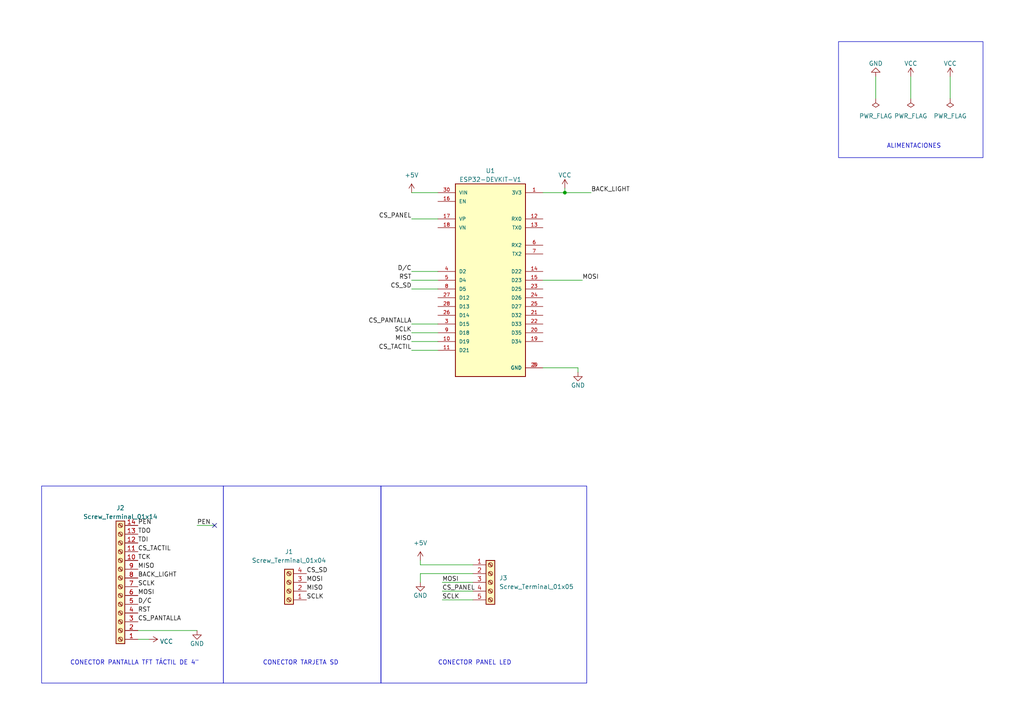
<source format=kicad_sch>
(kicad_sch (version 20230121) (generator eeschema)
  (paper "A4")
  (lib_symbols
    (symbol "Connector:Screw_Terminal_01x04" (pin_names (offset 1.016) hide)
      (property "Reference" "J" (at 0 5.08 0))
      (property "Value" "Screw_Terminal_01x04" (at 0 -7.62 0))
      (symbol "Screw_Terminal_01x04_1_1"
        (rectangle (start -1.27 3.81) (end 1.27 -6.35) (stroke (width 0.254)) (fill (type background)))
        (circle (center 0 -5.08) (radius 0.635) (stroke (width 0.1524)))
        (circle (center 0 -2.54) (radius 0.635) (stroke (width 0.1524)))
        (polyline (pts (xy -0.5334 -4.7498) (xy 0.3302 -5.588)) (stroke (width 0.1524)))
        (polyline (pts (xy -0.5334 -2.2098) (xy 0.3302 -3.048)) (stroke (width 0.1524)))
        (polyline (pts (xy -0.5334 0.3302) (xy 0.3302 -0.508)) (stroke (width 0.1524)))
        (polyline (pts (xy -0.5334 2.8702) (xy 0.3302 2.032)) (stroke (width 0.1524)))
        (polyline (pts (xy -0.3556 -4.572) (xy 0.508 -5.4102)) (stroke (width 0.1524)))
        (polyline (pts (xy -0.3556 -2.032) (xy 0.508 -2.8702)) (stroke (width 0.1524)))
        (polyline (pts (xy -0.3556 0.508) (xy 0.508 -0.3302)) (stroke (width 0.1524)))
        (polyline (pts (xy -0.3556 3.048) (xy 0.508 2.2098)) (stroke (width 0.1524)))
        (circle (center 0 0) (radius 0.635) (stroke (width 0.1524)))
        (circle (center 0 2.54) (radius 0.635) (stroke (width 0.1524)))
        (pin passive line (at -5.08 2.54 0) (length 3.81) (name "Pin_1") (number "1"))
        (pin passive line (at -5.08 0 0) (length 3.81) (name "Pin_2") (number "2"))
        (pin passive line (at -5.08 -2.54 0) (length 3.81) (name "Pin_3") (number "3"))
        (pin passive line (at -5.08 -5.08 0) (length 3.81) (name "Pin_4") (number "4"))
      )
    )
    (symbol "Connector:Screw_Terminal_01x05" (pin_names (offset 1.016) hide)
      (property "Reference" "J" (at 0 7.62 0))
      (property "Value" "Screw_Terminal_01x05" (at 0 -7.62 0))
      (symbol "Screw_Terminal_01x05_1_1"
        (rectangle (start -1.27 6.35) (end 1.27 -6.35) (stroke (width 0.254)) (fill (type background)))
        (circle (center 0 -5.08) (radius 0.635) (stroke (width 0.1524)))
        (circle (center 0 -2.54) (radius 0.635) (stroke (width 0.1524)))
        (polyline (pts (xy -0.5334 -4.7498) (xy 0.3302 -5.588)) (stroke (width 0.1524)))
        (polyline (pts (xy -0.5334 -2.2098) (xy 0.3302 -3.048)) (stroke (width 0.1524)))
        (polyline (pts (xy -0.5334 0.3302) (xy 0.3302 -0.508)) (stroke (width 0.1524)))
        (polyline (pts (xy -0.5334 2.8702) (xy 0.3302 2.032)) (stroke (width 0.1524)))
        (polyline (pts (xy -0.5334 5.4102) (xy 0.3302 4.572)) (stroke (width 0.1524)))
        (polyline (pts (xy -0.3556 -4.572) (xy 0.508 -5.4102)) (stroke (width 0.1524)))
        (polyline (pts (xy -0.3556 -2.032) (xy 0.508 -2.8702)) (stroke (width 0.1524)))
        (polyline (pts (xy -0.3556 0.508) (xy 0.508 -0.3302)) (stroke (width 0.1524)))
        (polyline (pts (xy -0.3556 3.048) (xy 0.508 2.2098)) (stroke (width 0.1524)))
        (polyline (pts (xy -0.3556 5.588) (xy 0.508 4.7498)) (stroke (width 0.1524)))
        (circle (center 0 0) (radius 0.635) (stroke (width 0.1524)))
        (circle (center 0 2.54) (radius 0.635) (stroke (width 0.1524)))
        (circle (center 0 5.08) (radius 0.635) (stroke (width 0.1524)))
        (pin passive line (at -5.08 5.08 0) (length 3.81) (name "Pin_1") (number "1"))
        (pin passive line (at -5.08 2.54 0) (length 3.81) (name "Pin_2") (number "2"))
        (pin passive line (at -5.08 0 0) (length 3.81) (name "Pin_3") (number "3"))
        (pin passive line (at -5.08 -2.54 0) (length 3.81) (name "Pin_4") (number "4"))
        (pin passive line (at -5.08 -5.08 0) (length 3.81) (name "Pin_5") (number "5"))
      )
    )
    (symbol "Connector:Screw_Terminal_01x14" (pin_names (offset 1.016) hide)
      (property "Reference" "J" (at 0 17.78 0))
      (property "Value" "Screw_Terminal_01x14" (at 0 -20.32 0))
      (symbol "Screw_Terminal_01x14_1_1"
        (rectangle (start -1.27 16.51) (end 1.27 -19.05) (stroke (width 0.254)) (fill (type background)))
        (circle (center 0 -17.78) (radius 0.635) (stroke (width 0.1524)))
        (circle (center 0 -15.24) (radius 0.635) (stroke (width 0.1524)))
        (circle (center 0 -12.7) (radius 0.635) (stroke (width 0.1524)))
        (circle (center 0 -10.16) (radius 0.635) (stroke (width 0.1524)))
        (circle (center 0 -7.62) (radius 0.635) (stroke (width 0.1524)))
        (circle (center 0 -5.08) (radius 0.635) (stroke (width 0.1524)))
        (circle (center 0 -2.54) (radius 0.635) (stroke (width 0.1524)))
        (polyline (pts (xy -0.5334 -17.4498) (xy 0.3302 -18.288)) (stroke (width 0.1524)))
        (polyline (pts (xy -0.5334 -14.9098) (xy 0.3302 -15.748)) (stroke (width 0.1524)))
        (polyline (pts (xy -0.5334 -12.3698) (xy 0.3302 -13.208)) (stroke (width 0.1524)))
        (polyline (pts (xy -0.5334 -9.8298) (xy 0.3302 -10.668)) (stroke (width 0.1524)))
        (polyline (pts (xy -0.5334 -7.2898) (xy 0.3302 -8.128)) (stroke (width 0.1524)))
        (polyline (pts (xy -0.5334 -4.7498) (xy 0.3302 -5.588)) (stroke (width 0.1524)))
        (polyline (pts (xy -0.5334 -2.2098) (xy 0.3302 -3.048)) (stroke (width 0.1524)))
        (polyline (pts (xy -0.5334 0.3302) (xy 0.3302 -0.508)) (stroke (width 0.1524)))
        (polyline (pts (xy -0.5334 2.8702) (xy 0.3302 2.032)) (stroke (width 0.1524)))
        (polyline (pts (xy -0.5334 5.4102) (xy 0.3302 4.572)) (stroke (width 0.1524)))
        (polyline (pts (xy -0.5334 7.9502) (xy 0.3302 7.112)) (stroke (width 0.1524)))
        (polyline (pts (xy -0.5334 10.4902) (xy 0.3302 9.652)) (stroke (width 0.1524)))
        (polyline (pts (xy -0.5334 13.0302) (xy 0.3302 12.192)) (stroke (width 0.1524)))
        (polyline (pts (xy -0.5334 15.5702) (xy 0.3302 14.732)) (stroke (width 0.1524)))
        (polyline (pts (xy -0.3556 -17.272) (xy 0.508 -18.1102)) (stroke (width 0.1524)))
        (polyline (pts (xy -0.3556 -14.732) (xy 0.508 -15.5702)) (stroke (width 0.1524)))
        (polyline (pts (xy -0.3556 -12.192) (xy 0.508 -13.0302)) (stroke (width 0.1524)))
        (polyline (pts (xy -0.3556 -9.652) (xy 0.508 -10.4902)) (stroke (width 0.1524)))
        (polyline (pts (xy -0.3556 -7.112) (xy 0.508 -7.9502)) (stroke (width 0.1524)))
        (polyline (pts (xy -0.3556 -4.572) (xy 0.508 -5.4102)) (stroke (width 0.1524)))
        (polyline (pts (xy -0.3556 -2.032) (xy 0.508 -2.8702)) (stroke (width 0.1524)))
        (polyline (pts (xy -0.3556 0.508) (xy 0.508 -0.3302)) (stroke (width 0.1524)))
        (polyline (pts (xy -0.3556 3.048) (xy 0.508 2.2098)) (stroke (width 0.1524)))
        (polyline (pts (xy -0.3556 5.588) (xy 0.508 4.7498)) (stroke (width 0.1524)))
        (polyline (pts (xy -0.3556 8.128) (xy 0.508 7.2898)) (stroke (width 0.1524)))
        (polyline (pts (xy -0.3556 10.668) (xy 0.508 9.8298)) (stroke (width 0.1524)))
        (polyline (pts (xy -0.3556 13.208) (xy 0.508 12.3698)) (stroke (width 0.1524)))
        (polyline (pts (xy -0.3556 15.748) (xy 0.508 14.9098)) (stroke (width 0.1524)))
        (circle (center 0 0) (radius 0.635) (stroke (width 0.1524)))
        (circle (center 0 2.54) (radius 0.635) (stroke (width 0.1524)))
        (circle (center 0 5.08) (radius 0.635) (stroke (width 0.1524)))
        (circle (center 0 7.62) (radius 0.635) (stroke (width 0.1524)))
        (circle (center 0 10.16) (radius 0.635) (stroke (width 0.1524)))
        (circle (center 0 12.7) (radius 0.635) (stroke (width 0.1524)))
        (circle (center 0 15.24) (radius 0.635) (stroke (width 0.1524)))
        (pin passive line (at -5.08 15.24 0) (length 3.81) (name "Pin_1") (number "1"))
        (pin passive line (at -5.08 -7.62 0) (length 3.81) (name "Pin_10") (number "10"))
        (pin passive line (at -5.08 -10.16 0) (length 3.81) (name "Pin_11") (number "11"))
        (pin passive line (at -5.08 -12.7 0) (length 3.81) (name "Pin_12") (number "12"))
        (pin passive line (at -5.08 -15.24 0) (length 3.81) (name "Pin_13") (number "13"))
        (pin passive line (at -5.08 -17.78 0) (length 3.81) (name "Pin_14") (number "14"))
        (pin passive line (at -5.08 12.7 0) (length 3.81) (name "Pin_2") (number "2"))
        (pin passive line (at -5.08 10.16 0) (length 3.81) (name "Pin_3") (number "3"))
        (pin passive line (at -5.08 7.62 0) (length 3.81) (name "Pin_4") (number "4"))
        (pin passive line (at -5.08 5.08 0) (length 3.81) (name "Pin_5") (number "5"))
        (pin passive line (at -5.08 2.54 0) (length 3.81) (name "Pin_6") (number "6"))
        (pin passive line (at -5.08 0 0) (length 3.81) (name "Pin_7") (number "7"))
        (pin passive line (at -5.08 -2.54 0) (length 3.81) (name "Pin_8") (number "8"))
        (pin passive line (at -5.08 -5.08 0) (length 3.81) (name "Pin_9") (number "9"))
      )
    )
    (symbol "ESP32-DEVKIT-V1:ESP32-DEVKIT-V1" (pin_names (offset 1.016))
      (property "Reference" "U" (at -10.16 30.48 0))
      (property "Value" "ESP32-DEVKIT-V1" (at -10.16 -30.48 0))
      (symbol "ESP32-DEVKIT-V1_0_0"
        (rectangle (start -10.16 -27.94) (end 10.16 27.94) (stroke (width 0.254)) (fill (type background)))
        (pin output line (at 15.24 25.4 180) (length 5.08) (name "3V3") (number "1"))
        (pin bidirectional line (at -15.24 -17.78 0) (length 5.08) (name "D19") (number "10"))
        (pin bidirectional line (at -15.24 -20.32 0) (length 5.08) (name "D21") (number "11"))
        (pin input line (at 15.24 17.78 180) (length 5.08) (name "RX0") (number "12"))
        (pin output line (at 15.24 15.24 180) (length 5.08) (name "TX0") (number "13"))
        (pin bidirectional line (at 15.24 2.54 180) (length 5.08) (name "D22") (number "14"))
        (pin bidirectional line (at 15.24 0 180) (length 5.08) (name "D23") (number "15"))
        (pin input line (at -15.24 22.86 0) (length 5.08) (name "EN") (number "16"))
        (pin bidirectional line (at -15.24 17.78 0) (length 5.08) (name "VP") (number "17"))
        (pin bidirectional line (at -15.24 15.24 0) (length 5.08) (name "VN") (number "18"))
        (pin bidirectional line (at 15.24 -17.78 180) (length 5.08) (name "D34") (number "19"))
        (pin power_in line (at 15.24 -25.4 180) (length 5.08) (name "GND") (number "2"))
        (pin bidirectional line (at 15.24 -15.24 180) (length 5.08) (name "D35") (number "20"))
        (pin bidirectional line (at 15.24 -10.16 180) (length 5.08) (name "D32") (number "21"))
        (pin bidirectional line (at 15.24 -12.7 180) (length 5.08) (name "D33") (number "22"))
        (pin bidirectional line (at 15.24 -2.54 180) (length 5.08) (name "D25") (number "23"))
        (pin bidirectional line (at 15.24 -5.08 180) (length 5.08) (name "D26") (number "24"))
        (pin bidirectional line (at 15.24 -7.62 180) (length 5.08) (name "D27") (number "25"))
        (pin bidirectional line (at -15.24 -10.16 0) (length 5.08) (name "D14") (number "26"))
        (pin bidirectional line (at -15.24 -5.08 0) (length 5.08) (name "D12") (number "27"))
        (pin bidirectional line (at -15.24 -7.62 0) (length 5.08) (name "D13") (number "28"))
        (pin power_in line (at 15.24 -25.4 180) (length 5.08) (name "GND") (number "29"))
        (pin bidirectional line (at -15.24 -12.7 0) (length 5.08) (name "D15") (number "3"))
        (pin input line (at -15.24 25.4 0) (length 5.08) (name "VIN") (number "30"))
        (pin bidirectional line (at -15.24 2.54 0) (length 5.08) (name "D2") (number "4"))
        (pin bidirectional line (at -15.24 0 0) (length 5.08) (name "D4") (number "5"))
        (pin input line (at 15.24 10.16 180) (length 5.08) (name "RX2") (number "6"))
        (pin output line (at 15.24 7.62 180) (length 5.08) (name "TX2") (number "7"))
        (pin bidirectional line (at -15.24 -2.54 0) (length 5.08) (name "D5") (number "8"))
        (pin bidirectional line (at -15.24 -15.24 0) (length 5.08) (name "D18") (number "9"))
      )
    )
    (symbol "power:+5V" (power) (pin_names (offset 0))
      (property "Value" "+5V" (at 0 3.556 0))
      (symbol "+5V_0_1"
        (polyline (pts (xy -0.762 1.27) (xy 0 2.54)))
        (polyline (pts (xy 0 0) (xy 0 2.54)))
        (polyline (pts (xy 0 2.54) (xy 0.762 1.27)))
      )
      (symbol "+5V_1_1"
        (pin power_in line (at 0 0 90) (length 0) hide (name "+5V") (number "1"))
      )
    )
    (symbol "power:GND" (power) (pin_names (offset 0))
      (property "Value" "GND" (at 0 -3.81 0))
      (symbol "GND_0_1"
        (polyline (pts (xy 0 0) (xy 0 -1.27) (xy 1.27 -1.27) (xy 0 -2.54) (xy -1.27 -1.27) (xy 0 -1.27)))
      )
      (symbol "GND_1_1"
        (pin power_in line (at 0 0 270) (length 0) hide (name "GND") (number "1"))
      )
    )
    (symbol "power:PWR_FLAG" (power) (pin_numbers hide) (pin_names (offset 0) hide)
      (property "Value" "PWR_FLAG" (at 0 3.81 0))
      (symbol "PWR_FLAG_0_0"
        (pin power_out line (at 0 0 90) (length 0) (name "pwr") (number "1"))
      )
      (symbol "PWR_FLAG_0_1"
        (polyline (pts (xy 0 0) (xy 0 1.27) (xy -1.016 1.905) (xy 0 2.54) (xy 1.016 1.905) (xy 0 1.27)))
      )
    )
    (symbol "power:VCC" (power) (pin_names (offset 0))
      (property "Value" "VCC" (at 0 3.81 0))
      (symbol "VCC_0_1"
        (polyline (pts (xy -0.762 1.27) (xy 0 2.54)))
        (polyline (pts (xy 0 0) (xy 0 2.54)))
        (polyline (pts (xy 0 2.54) (xy 0.762 1.27)))
      )
      (symbol "VCC_1_1"
        (pin power_in line (at 0 0 90) (length 0) hide (name "VCC") (number "1"))
      )
    )
  )
  (junction (at 163.83 55.88))
  (no_connect (at 62.23 152.4))
  (wire (pts (xy 163.83 55.88) (xy 171.45 55.88)))
  (wire (pts (xy 121.92 166.37) (xy 137.16 166.37)))
  (wire (pts (xy 119.38 99.06) (xy 127 99.06)))
  (wire (pts (xy 119.38 78.74) (xy 127 78.74)))
  (wire (pts (xy 119.38 96.52) (xy 127 96.52)))
  (wire (pts (xy 119.38 83.82) (xy 127 83.82)))
  (wire (pts (xy 254 22.225) (xy 254 28.575)))
  (wire (pts (xy 163.83 55.88) (xy 157.48 55.88)))
  (wire (pts (xy 167.64 107.95) (xy 167.64 106.68)))
  (wire (pts (xy 119.38 81.28) (xy 127 81.28)))
  (wire (pts (xy 121.92 162.56) (xy 121.92 163.83)))
  (wire (pts (xy 119.38 63.5) (xy 127 63.5)))
  (wire (pts (xy 275.59 22.225) (xy 275.59 28.575)))
  (wire (pts (xy 168.91 81.28) (xy 157.48 81.28)))
  (wire (pts (xy 40.005 185.42) (xy 43.18 185.42)))
  (wire (pts (xy 163.83 54.61) (xy 163.83 55.88)))
  (wire (pts (xy 167.64 106.68) (xy 157.48 106.68)))
  (wire (pts (xy 121.92 168.91) (xy 121.92 166.37)))
  (wire (pts (xy 119.38 55.88) (xy 127 55.88)))
  (wire (pts (xy 121.92 163.83) (xy 137.16 163.83)))
  (wire (pts (xy 264.16 22.225) (xy 264.16 28.575)))
  (wire (pts (xy 128.27 173.99) (xy 137.16 173.99)))
  (wire (pts (xy 57.15 152.4) (xy 62.23 152.4)))
  (wire (pts (xy 119.38 93.98) (xy 127 93.98)))
  (wire (pts (xy 128.27 171.45) (xy 137.16 171.45)))
  (wire (pts (xy 128.27 168.91) (xy 137.16 168.91)))
  (wire (pts (xy 40.005 182.88) (xy 57.15 182.88)))
  (wire (pts (xy 119.38 101.6) (xy 127 101.6)))
  (rectangle (start 243.205 12.065) (end 285.115 45.72))
  (rectangle (start 12.065 140.97) (end 64.77 198.12))
  (rectangle (start 64.77 140.97) (end 110.49 198.12))
  (rectangle (start 110.49 140.97) (end 170.18 198.12))
  (text "CONECTOR TARJETA SD" (at 76.2 193.04 0) (effects (font (size 1.27 1.27)) (justify left bottom)))
  (text "CONECTOR PANTALLA TFT TÁCTIL DE 4\"" (at 20.32 193.04 0) (effects (font (size 1.27 1.27)) (justify left bottom)))
  (text "ALIMENTACIONES" (at 257.175 43.18 0) (effects (font (size 1.27 1.27)) (justify left bottom)))
  (text "CONECTOR PANEL LED" (at 127 193.04 0) (effects (font (size 1.27 1.27)) (justify left bottom)))
  (label "CS_SD" (at 119.38 83.82 180))
  (label "CS_PANEL" (at 119.38 63.5 180))
  (label "MOSI" (at 40.005 172.72 0))
  (label "TCK" (at 40.005 162.56 0))
  (label "MISO" (at 119.38 99.06 180))
  (label "CS_PANTALLA" (at 119.38 93.98 180))
  (label "TDI" (at 40.005 157.48 0))
  (label "MISO" (at 88.9 171.45 0))
  (label "BACK_LIGHT" (at 40.005 167.64 0))
  (label "PEN" (at 57.15 152.4 0))
  (label "CS_TACTIL" (at 40.005 160.02 0))
  (label "D{slash}C" (at 119.38 78.74 180))
  (label "MOSI" (at 128.27 168.91 0))
  (label "CS_SD" (at 88.9 166.37 0))
  (label "RST" (at 119.38 81.28 180))
  (label "TDO" (at 40.005 154.94 0))
  (label "MISO" (at 40.005 165.1 0))
  (label "SCLK" (at 40.005 170.18 0))
  (label "CS_PANTALLA" (at 40.005 180.34 0))
  (label "CS_TACTIL" (at 119.38 101.6 180))
  (label "D{slash}C" (at 40.005 175.26 0))
  (label "BACK_LIGHT" (at 171.45 55.88 0))
  (label "MOSI" (at 88.9 168.91 0))
  (label "SCLK" (at 119.38 96.52 180))
  (label "SCLK" (at 128.27 173.99 0))
  (label "CS_PANEL" (at 128.27 171.45 0))
  (label "RST" (at 40.005 177.8 0))
  (label "PEN" (at 40.005 152.4 0))
  (label "SCLK" (at 88.9 173.99 0))
  (label "MOSI" (at 168.91 81.28 0))
  (symbol (lib_id "power:GND") (at 167.64 107.95 0) (unit 1)
    (property "Reference" "#PWR07" (effects hide))
    (property "Value" "GND" (at 167.64 111.76 0))
  )
  (symbol (lib_id "power:VCC") (at 163.83 54.61 0) (unit 1)
    (property "Reference" "#PWR01" (effects hide))
    (property "Value" "3.3V" (at 163.83 50.8 0))
  )
  (symbol (lib_id "power:VCC") (at 264.16 22.225 0) (unit 1)
    (property "Reference" "#PWR02" (effects hide))
    (property "Value" "3.3V" (at 264.16 18.415 0))
  )
  (symbol (lib_id "power:PWR_FLAG") (at 254 28.575 180) (unit 1)
    (property "Reference" "#FLG02" (effects hide))
    (property "Value" "PWR_FLAG" (at 254 33.655 0))
  )
  (symbol (lib_id "Connector:Screw_Terminal_01x05") (at 142.24 168.91 0) (unit 1)
    (property "Reference" "J3" (at 144.78 167.64 0) (effects (justify left)))
    (property "Value" "Screw_Terminal_01x05" (at 144.78 170.18 0) (effects (justify left)))
  )
  (symbol (lib_id "ESP32-DEVKIT-V1:ESP32-DEVKIT-V1") (at 142.24 81.28 0) (unit 1)
    (property "Reference" "U1" (at 142.24 49.53 0))
    (property "Value" "ESP32-DEVKIT-V1" (at 142.24 52.07 0))
    (property "Footprint" "ESP32-DEVKIT-V1:MODULE_ESP32_DEVKIT_V1" (effects hide))
    (property "MF" "Do it" (effects hide))
    (property "MAXIMUM_PACKAGE_HEIGHT" "6.8 mm" (effects hide))
    (property "Package" "None" (effects hide))
    (property "Price" "None" (effects hide))
    (property "Check_prices" "https://www.snapeda.com/parts/ESP32-DEVKIT-V1/Do+it/view-part/?ref=eda" (effects hide))
    (property "STANDARD" "Manufacturer Recommendations" (effects hide))
    (property "PARTREV" "N/A" (effects hide))
    (property "SnapEDA_Link" "https://www.snapeda.com/parts/ESP32-DEVKIT-V1/Do+it/view-part/?ref=snap" (effects hide))
    (property "MP" "ESP32-DEVKIT-V1" (effects hide))
    (property "Description" "\nDual core, Wi-Fi: 2.4 GHz up to 150 Mbits/s,BLE (Bluetooth Low Energy) and legacy Bluetooth, 32 bits, Up to 240 MHz\n" (effects hide))
    (property "Availability" "Not in stock" (effects hide))
    (property "MANUFACTURER" "DOIT" (effects hide))
  )
  (symbol (lib_id "power:+5V") (at 121.92 162.56 0) (unit 1)
    (property "Reference" "#PWR09" (effects hide))
    (property "Value" "+5V" (at 121.92 157.48 0))
  )
  (symbol (lib_id "Connector:Screw_Terminal_01x04") (at 83.82 171.45 180) (unit 1)
    (property "Reference" "J1" (at 83.82 160.02 0))
    (property "Value" "Screw_Terminal_01x04" (at 83.82 162.56 0))
  )
  (symbol (lib_id "Connector:Screw_Terminal_01x14") (at 34.925 170.18 180) (unit 1)
    (property "Reference" "J2" (at 34.925 147.32 0))
    (property "Value" "Screw_Terminal_01x14" (at 34.925 149.86 0))
    (property "Footprint" "Connector_DIN:DIN41612_B3_2x5_Male_Horizontal_THT" (effects hide))
  )
  (symbol (lib_id "power:GND") (at 254 22.225 180) (unit 1)
    (property "Reference" "#PWR03" (effects hide))
    (property "Value" "GND" (at 254 18.415 0))
  )
  (symbol (lib_id "power:VCC") (at 43.18 185.42 270) (unit 1)
    (property "Reference" "#PWR06" (effects hide))
    (property "Value" "3.3V" (at 46.355 186.055 90) (effects (justify left)))
  )
  (symbol (lib_id "power:GND") (at 57.15 182.88 0) (unit 1)
    (property "Reference" "#PWR05" (effects hide))
    (property "Value" "GND" (at 57.15 186.69 0))
  )
  (symbol (lib_id "power:PWR_FLAG") (at 275.59 28.575 180) (unit 1)
    (property "Reference" "#FLG03" (effects hide))
    (property "Value" "PWR_FLAG" (at 275.59 33.655 0))
  )
  (symbol (lib_id "power:+5V") (at 119.38 55.88 0) (unit 1)
    (property "Reference" "#PWR08" (effects hide))
    (property "Value" "+5V" (at 119.38 50.8 0))
  )
  (symbol (lib_id "power:PWR_FLAG") (at 264.16 28.575 180) (unit 1)
    (property "Reference" "#FLG01" (effects hide))
    (property "Value" "PWR_FLAG" (at 264.16 33.655 0))
  )
  (symbol (lib_id "power:GND") (at 121.92 168.91 0) (unit 1)
    (property "Reference" "#PWR010" (effects hide))
    (property "Value" "GND" (at 121.92 172.72 0))
  )
  (symbol (lib_id "power:VCC") (at 275.59 22.225 0) (unit 1)
    (property "Reference" "#PWR04" (effects hide))
    (property "Value" "5V" (at 275.59 18.415 0))
  )
)
</source>
